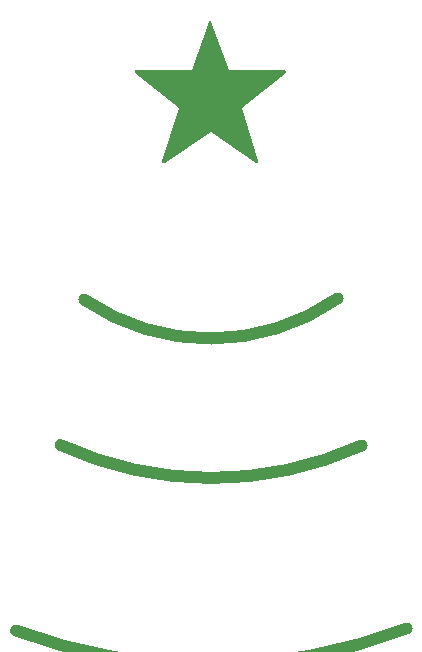
<source format=gbr>
%TF.GenerationSoftware,KiCad,Pcbnew,7.0.7*%
%TF.CreationDate,2023-11-26T21:26:06-05:00*%
%TF.ProjectId,christmas tree,63687269-7374-46d6-9173-20747265652e,rev?*%
%TF.SameCoordinates,Original*%
%TF.FileFunction,Legend,Bot*%
%TF.FilePolarity,Positive*%
%FSLAX46Y46*%
G04 Gerber Fmt 4.6, Leading zero omitted, Abs format (unit mm)*
G04 Created by KiCad (PCBNEW 7.0.7) date 2023-11-26 21:26:06*
%MOMM*%
%LPD*%
G01*
G04 APERTURE LIST*
%ADD10C,1.000000*%
G04 APERTURE END LIST*
D10*
X147985671Y-116668997D02*
G75*
G03*
X173482000Y-116712998I12796329J27886697D01*
G01*
X144224287Y-132381356D02*
G75*
G03*
X177292000Y-132206999I16303753J43727546D01*
G01*
X150009409Y-104370029D02*
G75*
G03*
X171450000Y-104267000I10645621J15591469D01*
G01*
G36*
X160715350Y-80779200D02*
G01*
X160766414Y-80828525D01*
X160775257Y-80847632D01*
X162250000Y-84889999D01*
X166970977Y-84917934D01*
X167038978Y-84938339D01*
X167085152Y-84992269D01*
X167094840Y-85062601D01*
X167064966Y-85127006D01*
X167050140Y-85141352D01*
X163370000Y-88159999D01*
X163370000Y-88160000D01*
X164742011Y-92625943D01*
X164742896Y-92696934D01*
X164705260Y-92757134D01*
X164641052Y-92787429D01*
X164570657Y-92778202D01*
X164551675Y-92767783D01*
X160700000Y-90200000D01*
X156800262Y-92793732D01*
X156732464Y-92814802D01*
X156664037Y-92795874D01*
X156616706Y-92742956D01*
X156605499Y-92672849D01*
X156610039Y-92651816D01*
X157989999Y-88160000D01*
X157989999Y-88159999D01*
X154309859Y-85141352D01*
X154269875Y-85082685D01*
X154267957Y-85011714D01*
X154304712Y-84950972D01*
X154368472Y-84919745D01*
X154389022Y-84917934D01*
X159109999Y-84889999D01*
X159110000Y-84889998D01*
X160538088Y-80848834D01*
X160579644Y-80791270D01*
X160645725Y-80765311D01*
X160715350Y-80779200D01*
G37*
M02*

</source>
